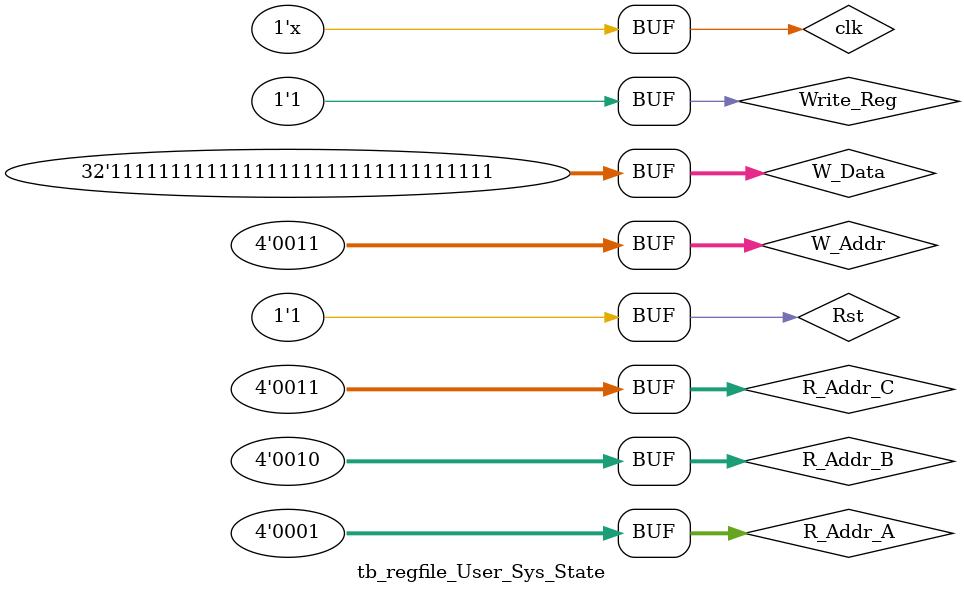
<source format=v>
`timescale 1ns / 1ps

module tb_regfile_User_Sys_State();
    reg clk = 0;
    reg Rst;
    reg [3:0] R_Addr_A, R_Addr_B, R_Addr_C; 
    reg [3:0] W_Addr;
    reg [31:0] W_Data;
    reg Write_Reg;
    wire [31:0] R_Data_A, R_Data_B, R_Data_C;
    
    always #10 clk = ~clk;
    initial begin 
    // write
    Write_Reg = 1;
    W_Addr = 1;
    W_Data = 32'hac963a55;
    #100
    
    Write_Reg = 1;
    W_Addr = 2;
    W_Data = 32'h11111111;
    #100
    
    Write_Reg = 1;
    W_Addr = 3;
    W_Data = 32'hffffffff;
    #100
    
    // read
    R_Addr_A = 1; 
    R_Addr_B = 2; 
    R_Addr_C = 3;
    #100
    
    // claer
    Rst = 1;
    R_Addr_C = 3;
end
    
regfile_User_Sys_State regfile(
    clk, Rst, 
    R_Addr_A, R_Addr_B, R_Addr_C, 
    W_Addr, W_Data, Write_Reg, 
    R_Data_A, R_Data_B, R_Data_C
);
endmodule

</source>
